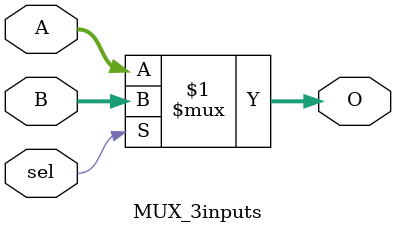
<source format=v>
`timescale 1ns / 1ps
module MUX_3inputs(
    input [2:0] A,
    input [2:0] B,
    output [2:0] O,
    input sel
    );

assign O = (sel) ? B:A;

endmodule

</source>
